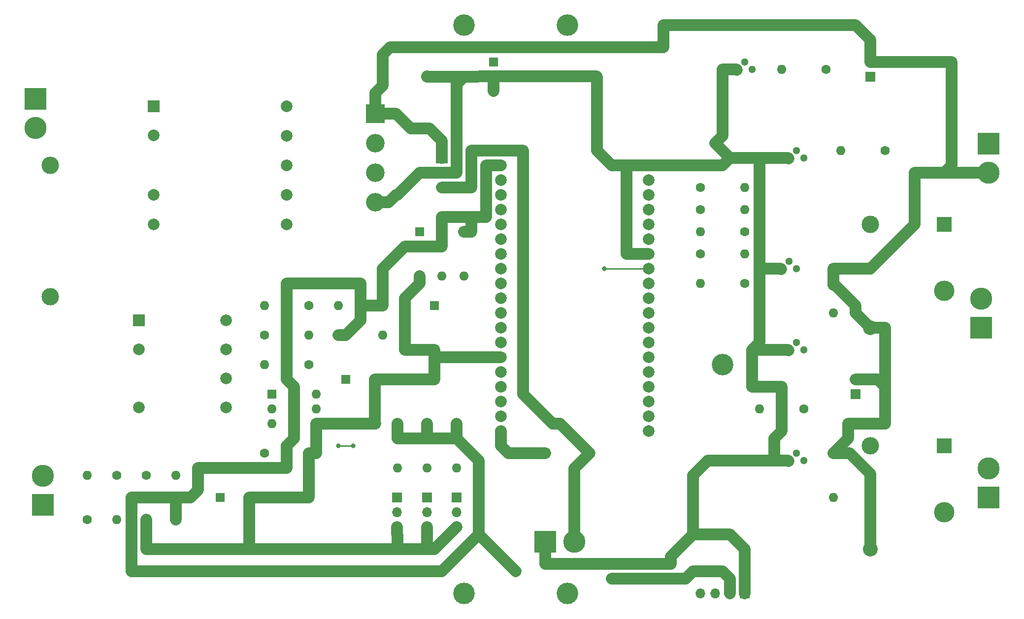
<source format=gbr>
G04 #@! TF.GenerationSoftware,KiCad,Pcbnew,(5.1.5)-3*
G04 #@! TF.CreationDate,2021-05-01T11:39:15+02:00*
G04 #@! TF.ProjectId,implantation finale,696d706c-616e-4746-9174-696f6e206669,rev?*
G04 #@! TF.SameCoordinates,PX231fb30PY3680a30*
G04 #@! TF.FileFunction,Copper,L2,Bot*
G04 #@! TF.FilePolarity,Positive*
%FSLAX46Y46*%
G04 Gerber Fmt 4.6, Leading zero omitted, Abs format (unit mm)*
G04 Created by KiCad (PCBNEW (5.1.5)-3) date 2021-05-01 11:39:15*
%MOMM*%
%LPD*%
G04 APERTURE LIST*
%ADD10O,1.700000X1.700000*%
%ADD11R,1.700000X1.700000*%
%ADD12C,2.000000*%
%ADD13C,3.500000*%
%ADD14C,3.000000*%
%ADD15R,2.540000X2.540000*%
%ADD16C,2.540000*%
%ADD17R,1.300000X1.300000*%
%ADD18C,1.300000*%
%ADD19C,3.800000*%
%ADD20R,3.800000X3.800000*%
%ADD21R,2.000000X2.000000*%
%ADD22O,1.600000X1.600000*%
%ADD23R,1.600000X1.600000*%
%ADD24C,1.600000*%
%ADD25C,1.800000*%
%ADD26R,1.800000X1.800000*%
%ADD27O,2.000000X1.905000*%
%ADD28R,2.000000X1.905000*%
%ADD29R,3.200000X3.200000*%
%ADD30C,3.200000*%
%ADD31C,3.700000*%
%ADD32C,0.800000*%
%ADD33C,2.000000*%
%ADD34C,0.250000*%
G04 APERTURE END LIST*
D10*
X114300000Y-93980000D03*
X116840000Y-93980000D03*
X119380000Y-93980000D03*
D11*
X121920000Y-93980000D03*
D12*
X105410000Y-20320000D03*
X105410000Y-22860000D03*
X105410000Y-25400000D03*
X105410000Y-27940000D03*
X105410000Y-30480000D03*
X105410000Y-33020000D03*
X105410000Y-35560000D03*
X105410000Y-38100000D03*
X105410000Y-40640000D03*
X105410000Y-43180000D03*
X105410000Y-45720000D03*
X105410000Y-48260000D03*
X105410000Y-50800000D03*
X105410000Y-53340000D03*
X80010000Y-55880000D03*
X80010000Y-58420000D03*
X80010000Y-60960000D03*
X80010000Y-63500000D03*
X80010000Y-66040000D03*
X105410000Y-66040000D03*
X105410000Y-63500000D03*
X105410000Y-60960000D03*
X105410000Y-58420000D03*
X105410000Y-55880000D03*
X80010000Y-53340000D03*
X80010000Y-50800000D03*
X80010000Y-48260000D03*
X80010000Y-45720000D03*
X80010000Y-43180000D03*
X80010000Y-40640000D03*
X80010000Y-38100000D03*
X80010000Y-35560000D03*
X80010000Y-33020000D03*
X80010000Y-30480000D03*
X80010000Y-27940000D03*
X80010000Y-25400000D03*
X80010000Y-22860000D03*
X80010000Y-20320000D03*
D13*
X156210000Y-80010000D03*
D14*
X143510000Y-68580000D03*
D15*
X156210000Y-68580000D03*
D16*
X143510000Y-86360000D03*
D13*
X156210000Y-41910000D03*
D14*
X143510000Y-30480000D03*
D15*
X156210000Y-30480000D03*
D16*
X143510000Y-48260000D03*
D17*
X129540000Y-19050000D03*
D18*
X132080000Y-19050000D03*
X130810000Y-17780000D03*
D17*
X129540000Y-71120000D03*
D18*
X132080000Y-71120000D03*
X130810000Y-69850000D03*
D17*
X128270000Y-38100000D03*
D18*
X130810000Y-38100000D03*
X129540000Y-36830000D03*
D17*
X129540000Y-52070000D03*
D18*
X132080000Y-52070000D03*
X130810000Y-50800000D03*
D17*
X120650000Y-3810000D03*
D18*
X123190000Y-3810000D03*
X121920000Y-2540000D03*
D19*
X92630000Y-85090000D03*
D20*
X87630000Y-85090000D03*
D12*
X43180000Y-10160000D03*
X43180000Y-15240000D03*
X43180000Y-20320000D03*
X43180000Y-25400000D03*
X43180000Y-30480000D03*
X20320000Y-30480000D03*
X20320000Y-25400000D03*
X20320000Y-15160000D03*
D21*
X20320000Y-10160000D03*
D22*
X95250000Y-69850000D03*
D23*
X87630000Y-69850000D03*
D22*
X138430000Y-17780000D03*
D24*
X146050000Y-17780000D03*
D10*
X67310000Y-82550000D03*
X67310000Y-80010000D03*
D11*
X67310000Y-77470000D03*
D10*
X72390000Y-82550000D03*
X72390000Y-80010000D03*
D11*
X72390000Y-77470000D03*
D10*
X62125001Y-82550000D03*
X62125001Y-80010000D03*
D11*
X62125001Y-77470000D03*
D22*
X67310000Y-72390000D03*
D24*
X67310000Y-64770000D03*
D22*
X72390000Y-72390000D03*
D24*
X72390000Y-64770000D03*
D22*
X62230000Y-72390000D03*
D24*
X62230000Y-64770000D03*
D25*
X140970000Y-57150000D03*
D26*
X140970000Y-59690000D03*
D25*
X143510000Y-2540000D03*
D26*
X143510000Y-5080000D03*
D22*
X114300000Y-40640000D03*
D24*
X121920000Y-40640000D03*
D19*
X163830000Y-72470000D03*
D20*
X163830000Y-77470000D03*
D22*
X137160000Y-77470000D03*
D23*
X137160000Y-69850000D03*
D22*
X114300000Y-31750000D03*
D24*
X121920000Y-31750000D03*
D22*
X121920000Y-27940000D03*
D24*
X114300000Y-27940000D03*
D22*
X124460000Y-62230000D03*
D24*
X132080000Y-62230000D03*
D22*
X121920000Y-35560000D03*
D24*
X114300000Y-35560000D03*
D22*
X128270000Y-3810000D03*
D24*
X135890000Y-3810000D03*
D22*
X121920000Y-24130000D03*
D24*
X114300000Y-24130000D03*
D19*
X162560000Y-43260000D03*
D20*
X162560000Y-48260000D03*
D19*
X163830000Y-21590000D03*
D20*
X163830000Y-16590000D03*
D22*
X137160000Y-45720000D03*
D23*
X137160000Y-38100000D03*
D24*
X67310000Y-5000000D03*
D23*
X67310000Y0D03*
D24*
X36750000Y-77470000D03*
D23*
X31750000Y-77470000D03*
D24*
X58340000Y-57150000D03*
D23*
X53340000Y-57150000D03*
D24*
X78740000Y-7540000D03*
D23*
X78740000Y-2540000D03*
D22*
X13970000Y-81280000D03*
D24*
X13970000Y-73660000D03*
D22*
X66040000Y-39370000D03*
D23*
X66040000Y-31750000D03*
D22*
X68580000Y-52070000D03*
D23*
X68580000Y-44450000D03*
D22*
X73660000Y-39370000D03*
D23*
X73660000Y-31750000D03*
D22*
X69850000Y-39370000D03*
D23*
X69850000Y-31750000D03*
D27*
X69850000Y-24130000D03*
X69850000Y-21590000D03*
D28*
X69850000Y-19050000D03*
D22*
X48260000Y-59690000D03*
X40640000Y-64770000D03*
X48260000Y-62230000D03*
X40640000Y-62230000D03*
X48260000Y-64770000D03*
D23*
X40640000Y-59690000D03*
D12*
X32780000Y-46990000D03*
X32780000Y-51990000D03*
X32780000Y-56990000D03*
X32780000Y-61990000D03*
X17780000Y-61990000D03*
X17780000Y-51990000D03*
D21*
X17780000Y-46990000D03*
D22*
X8890000Y-73660000D03*
D24*
X8890000Y-81280000D03*
D22*
X39370000Y-54610000D03*
D24*
X46990000Y-54610000D03*
D22*
X46990000Y-49530000D03*
D24*
X39370000Y-49530000D03*
D22*
X19050000Y-81280000D03*
D24*
X19050000Y-73660000D03*
D22*
X24130000Y-73660000D03*
D24*
X24130000Y-81280000D03*
D22*
X46990000Y-69850000D03*
D24*
X39370000Y-69850000D03*
D22*
X59690000Y-49530000D03*
D24*
X52070000Y-49530000D03*
D22*
X52070000Y-44450000D03*
D24*
X59690000Y-44450000D03*
D22*
X39370000Y-44450000D03*
D24*
X46990000Y-44450000D03*
D19*
X1270000Y-73740000D03*
D20*
X1270000Y-78740000D03*
D19*
X0Y-13890000D03*
D20*
X0Y-8890000D03*
D14*
X2540000Y-42920000D03*
X2540000Y-20320000D03*
D29*
X58420000Y-11430000D03*
D30*
X58420000Y-16510000D03*
X58420000Y-21590000D03*
X58420000Y-26670000D03*
D31*
X73660000Y3810000D03*
X91440000Y3810000D03*
X73660000Y-93980000D03*
X91440000Y-93980000D03*
D32*
X118110000Y-54610000D03*
X118110000Y-54610000D03*
D31*
X118110000Y-54610000D03*
D32*
X54610000Y-68580000D03*
X52070000Y-68580000D03*
X97790000Y-38100000D03*
X82550000Y-90170000D03*
X99060000Y-91440000D03*
D33*
X19050000Y-81280000D02*
X19050000Y-86360000D01*
X19050000Y-86360000D02*
X36830000Y-86360000D01*
X36750000Y-86280000D02*
X36750000Y-77470000D01*
X36830000Y-86360000D02*
X36750000Y-86280000D01*
X40640000Y-86360000D02*
X36830000Y-86360000D01*
X46990000Y-69850000D02*
X46990000Y-77470000D01*
X46990000Y-77470000D02*
X36750000Y-77470000D01*
X48260000Y-64770000D02*
X48260000Y-69850000D01*
X48260000Y-69850000D02*
X46990000Y-69850000D01*
X48260000Y-64770000D02*
X58420000Y-64770000D01*
X58340000Y-64690000D02*
X58340000Y-57150000D01*
X58420000Y-64770000D02*
X58340000Y-64690000D01*
X58340000Y-57150000D02*
X68580000Y-57150000D01*
X68580000Y-52070000D02*
X63500000Y-52070000D01*
X63500000Y-52070000D02*
X63500000Y-43180000D01*
X66040000Y-40640000D02*
X66040000Y-39370000D01*
X63500000Y-43180000D02*
X66040000Y-40640000D01*
X60682741Y-26670000D02*
X61952741Y-25400000D01*
X58420000Y-26670000D02*
X60682741Y-26670000D01*
X61952741Y-25400000D02*
X62230000Y-25400000D01*
X62230000Y-25400000D02*
X66040000Y-21590000D01*
X66040000Y-21590000D02*
X69850000Y-21590000D01*
X68580000Y-57150000D02*
X68580000Y-53340000D01*
X68580000Y-53340000D02*
X68580000Y-52070000D01*
X80010000Y-53340000D02*
X76200000Y-53340000D01*
X76200000Y-53340000D02*
X68580000Y-53340000D01*
X67310000Y-5000000D02*
X67310000Y-5080000D01*
X78740000Y-5000000D02*
X96440000Y-5000000D01*
X96440000Y-5000000D02*
X96520000Y-5080000D01*
X96520000Y-5080000D02*
X96520000Y-17780000D01*
X96520000Y-17780000D02*
X99060000Y-20320000D01*
X101600000Y-20320000D02*
X101600000Y-35560000D01*
X101600000Y-20320000D02*
X105410000Y-20320000D01*
X99060000Y-20320000D02*
X101600000Y-20320000D01*
X101600000Y-35560000D02*
X105410000Y-35560000D01*
X105410000Y-20320000D02*
X118110000Y-20320000D01*
X118110000Y-20320000D02*
X119380000Y-19050000D01*
X119380000Y-19050000D02*
X124460000Y-19050000D01*
X118110000Y-15240000D02*
X118110000Y-3810000D01*
X119380000Y-19050000D02*
X116840000Y-16510000D01*
X116840000Y-16510000D02*
X118110000Y-15240000D01*
X124460000Y-19110000D02*
X124460000Y-34290000D01*
X127000000Y-67310000D02*
X127000000Y-71120000D01*
X128270000Y-66040000D02*
X127000000Y-67310000D01*
X128270000Y-58420000D02*
X128270000Y-66040000D01*
X123190000Y-52070000D02*
X123190000Y-58420000D01*
X123190000Y-58420000D02*
X128270000Y-58420000D01*
X62230000Y-86360000D02*
X40640000Y-86360000D01*
X67310000Y-82550000D02*
X67310000Y-86360000D01*
X67310000Y-86360000D02*
X62230000Y-86360000D01*
X62230000Y-83857080D02*
X62230000Y-86360000D01*
X62125001Y-83752081D02*
X62230000Y-83857080D01*
X62125001Y-82550000D02*
X62125001Y-83752081D01*
X69850000Y-21590000D02*
X72390000Y-21590000D01*
X72390000Y-6350000D02*
X73660000Y-5080000D01*
X78740000Y-5000000D02*
X73660000Y-5080000D01*
X72390000Y-21590000D02*
X72390000Y-6350000D01*
X73660000Y-5080000D02*
X67310000Y-5080000D01*
X68580000Y-86360000D02*
X72390000Y-82550000D01*
X67310000Y-86360000D02*
X68580000Y-86360000D01*
X78740000Y-7540000D02*
X78740000Y-5000000D01*
X129341998Y-19050000D02*
X129440999Y-19149001D01*
X124460000Y-19050000D02*
X129341998Y-19050000D01*
X120451998Y-3810000D02*
X120550999Y-3909001D01*
X118110000Y-3810000D02*
X120451998Y-3810000D01*
X128071998Y-38100000D02*
X128170999Y-38199001D01*
X129341998Y-52070000D02*
X129440999Y-52169001D01*
X123190000Y-52070000D02*
X129341998Y-52070000D01*
X129341998Y-71120000D02*
X129440999Y-71219001D01*
X127000000Y-71120000D02*
X129341998Y-71120000D01*
X115570000Y-71120000D02*
X127000000Y-71120000D01*
X87630000Y-88900000D02*
X109220000Y-88900000D01*
X113030000Y-83820000D02*
X113030000Y-73660000D01*
X87630000Y-85090000D02*
X87630000Y-88900000D01*
X113030000Y-73660000D02*
X115570000Y-71120000D01*
X109220000Y-88900000D02*
X109220000Y-87630000D01*
X109220000Y-87630000D02*
X113030000Y-83820000D01*
X121920000Y-93980000D02*
X121920000Y-86360000D01*
X119380000Y-83820000D02*
X113030000Y-83820000D01*
X121920000Y-86360000D02*
X119380000Y-83820000D01*
X124460000Y-34290000D02*
X124460000Y-38100000D01*
X124460000Y-38100000D02*
X128071998Y-38100000D01*
X124460000Y-50800000D02*
X123190000Y-52070000D01*
X124460000Y-38100000D02*
X124460000Y-50800000D01*
D34*
X54610000Y-68580000D02*
X52070000Y-68580000D01*
X105410000Y-38100000D02*
X97790000Y-38100000D01*
X97790000Y-38100000D02*
X97790000Y-38100000D01*
D33*
X72390000Y-64770000D02*
X72390000Y-67310000D01*
X72390000Y-67310000D02*
X67310000Y-67310000D01*
X67310000Y-67310000D02*
X67310000Y-64770000D01*
X67310000Y-67310000D02*
X62230000Y-67310000D01*
X62230000Y-67310000D02*
X62230000Y-64770000D01*
X24130000Y-81280000D02*
X24130000Y-77470000D01*
X74930000Y-31750000D02*
X73660000Y-31750000D01*
X74930000Y-29210000D02*
X69850000Y-29210000D01*
X74930000Y-29210000D02*
X74930000Y-31750000D01*
X77470000Y-20320000D02*
X77470000Y-29210000D01*
X69850000Y-29210000D02*
X69850000Y-31750000D01*
X59690000Y-44450000D02*
X55880000Y-44450000D01*
X55880000Y-44450000D02*
X55880000Y-46990000D01*
X53340000Y-49530000D02*
X52070000Y-49530000D01*
X55880000Y-46990000D02*
X53340000Y-49530000D01*
X43180000Y-72390000D02*
X27940000Y-72390000D01*
X27940000Y-72390000D02*
X27940000Y-76200000D01*
X44450000Y-67310000D02*
X43180000Y-68580000D01*
X55880000Y-40640000D02*
X43180000Y-40640000D01*
X26670000Y-77470000D02*
X24130000Y-77470000D01*
X27940000Y-76200000D02*
X26670000Y-77470000D01*
X43180000Y-68580000D02*
X43180000Y-72390000D01*
X55880000Y-44450000D02*
X55880000Y-40640000D01*
X43180000Y-40640000D02*
X43180000Y-57150000D01*
X43180000Y-57150000D02*
X44450000Y-58420000D01*
X44450000Y-58420000D02*
X44450000Y-67310000D01*
X74930000Y-29210000D02*
X77470000Y-29210000D01*
X77470000Y-20320000D02*
X80010000Y-20320000D01*
X69850000Y-31750000D02*
X69850000Y-34290000D01*
X69850000Y-34290000D02*
X63500000Y-34290000D01*
X59690000Y-38100000D02*
X59690000Y-44450000D01*
X63500000Y-34290000D02*
X59690000Y-38100000D01*
X16510000Y-77470000D02*
X24130000Y-77470000D01*
X16510000Y-90170000D02*
X16510000Y-77470000D01*
X76200000Y-83820000D02*
X69850000Y-90170000D01*
X72390000Y-67310000D02*
X76200000Y-71120000D01*
X76200000Y-71120000D02*
X76200000Y-83820000D01*
X69850000Y-90170000D02*
X16510000Y-90170000D01*
X76200000Y-83820000D02*
X82550000Y-90170000D01*
X119380000Y-93980000D02*
X119380000Y-92777919D01*
X119380000Y-92777919D02*
X119380000Y-91440000D01*
X119380000Y-91440000D02*
X118110000Y-90170000D01*
X118110000Y-90170000D02*
X113030000Y-90170000D01*
X113030000Y-90170000D02*
X111760000Y-91440000D01*
X111760000Y-91440000D02*
X99060000Y-91440000D01*
X99060000Y-91440000D02*
X101600000Y-91440000D01*
X99060000Y-91440000D02*
X99060000Y-91440000D01*
X58420000Y-7830000D02*
X59690000Y-6560000D01*
X58420000Y-11430000D02*
X58420000Y-7830000D01*
X59690000Y-6560000D02*
X59690000Y-1270000D01*
X60960000Y0D02*
X67310000Y0D01*
X59690000Y-1270000D02*
X60960000Y0D01*
X143510000Y1270000D02*
X143510000Y-2540000D01*
X140970000Y3810000D02*
X143510000Y1270000D01*
X137160000Y-38100000D02*
X137160000Y-40900000D01*
X137160000Y-40900000D02*
X137420000Y-40900000D01*
X137420000Y-40900000D02*
X140970000Y-44450000D01*
X140970000Y-57150000D02*
X144780000Y-57150000D01*
X144780000Y-57150000D02*
X146050000Y-58420000D01*
X146050000Y-58420000D02*
X146050000Y-64770000D01*
X138430000Y-68580000D02*
X137160000Y-69850000D01*
X62020000Y-11430000D02*
X64560000Y-13970000D01*
X58420000Y-11430000D02*
X62020000Y-11430000D01*
X69850000Y-16097500D02*
X69850000Y-19050000D01*
X67722500Y-13970000D02*
X69850000Y-16097500D01*
X64560000Y-13970000D02*
X67722500Y-13970000D01*
X67310000Y0D02*
X107950000Y0D01*
X107950000Y0D02*
X107950000Y3810000D01*
X107950000Y3810000D02*
X140970000Y3810000D01*
X140970000Y-45720000D02*
X143510000Y-48260000D01*
X140970000Y-44450000D02*
X140970000Y-45720000D01*
X143510000Y-48260000D02*
X146050000Y-48260000D01*
X146050000Y-48260000D02*
X146050000Y-58420000D01*
X146050000Y-64770000D02*
X139700000Y-64770000D01*
X139700000Y-67310000D02*
X138430000Y-68580000D01*
X139700000Y-64770000D02*
X139700000Y-67310000D01*
X143510000Y-84563949D02*
X143510000Y-86360000D01*
X143510000Y-73400000D02*
X143510000Y-84563949D01*
X139960000Y-69850000D02*
X143510000Y-73400000D01*
X137160000Y-69850000D02*
X139960000Y-69850000D01*
X143510000Y-2540000D02*
X157480000Y-2540000D01*
X157480000Y-20320000D02*
X156210000Y-21590000D01*
X157480000Y-2540000D02*
X157480000Y-20320000D01*
X151130000Y-21590000D02*
X156210000Y-21590000D01*
X156210000Y-21590000D02*
X163830000Y-21590000D01*
X151130000Y-21590000D02*
X151130000Y-30480000D01*
X143510000Y-38100000D02*
X137160000Y-38100000D01*
X151130000Y-30480000D02*
X143510000Y-38100000D01*
X69850000Y-24130000D02*
X74930000Y-24130000D01*
X74930000Y-24130000D02*
X74930000Y-17780000D01*
X74930000Y-17780000D02*
X83820000Y-17780000D01*
X83820000Y-17780000D02*
X83820000Y-59690000D01*
X83820000Y-59690000D02*
X88900000Y-64770000D01*
X90170000Y-64770000D02*
X95250000Y-69850000D01*
X88900000Y-64770000D02*
X90170000Y-64770000D01*
X92630000Y-72470000D02*
X95250000Y-69850000D01*
X92630000Y-85090000D02*
X92630000Y-72470000D01*
X80010000Y-66040000D02*
X80010000Y-68580000D01*
X80010000Y-68580000D02*
X81280000Y-69850000D01*
X81280000Y-69850000D02*
X87630000Y-69850000D01*
M02*

</source>
